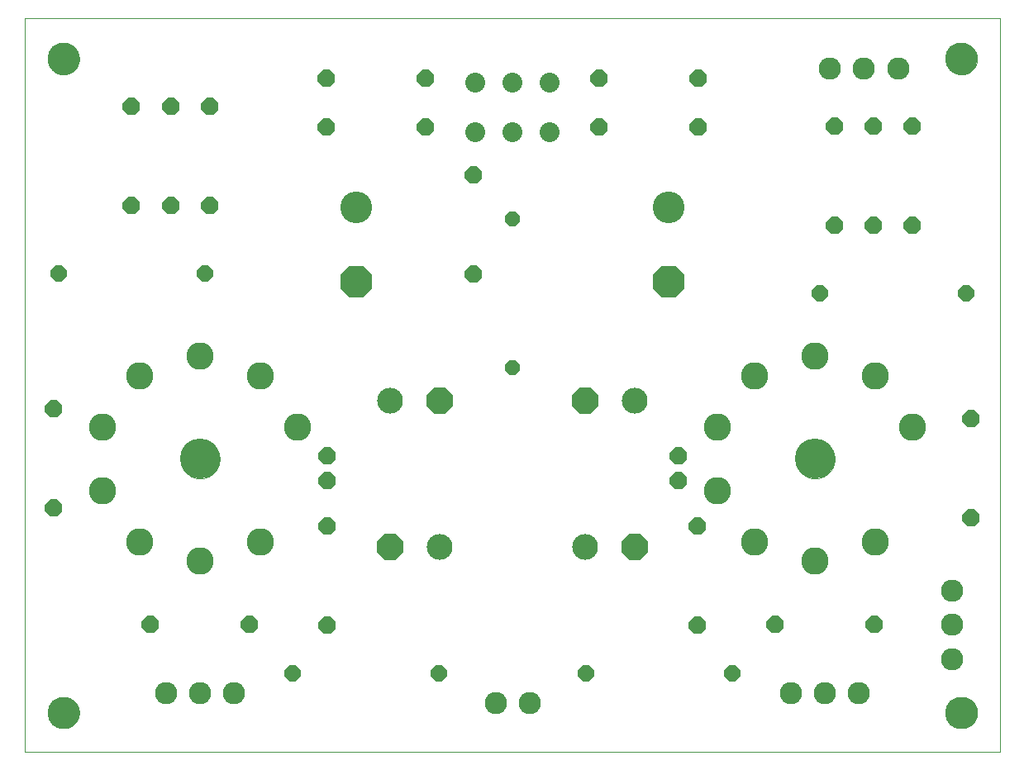
<source format=gbs>
G75*
%MOIN*%
%OFA0B0*%
%FSLAX25Y25*%
%IPPOS*%
%LPD*%
%AMOC8*
5,1,8,0,0,1.08239X$1,22.5*
%
%ADD10C,0.00000*%
%ADD11C,0.16148*%
%ADD12C,0.12998*%
%ADD13OC8,0.12800*%
%ADD14C,0.12800*%
%ADD15OC8,0.06400*%
%ADD16C,0.10400*%
%ADD17OC8,0.10400*%
%ADD18OC8,0.07000*%
%ADD19C,0.11030*%
%ADD20C,0.08000*%
%ADD21OC8,0.06000*%
%ADD22C,0.09000*%
D10*
X0005737Y0005737D02*
X0005737Y0301761D01*
X0399123Y0301761D01*
X0399123Y0005737D01*
X0005737Y0005737D01*
X0015186Y0021485D02*
X0015188Y0021643D01*
X0015194Y0021801D01*
X0015204Y0021959D01*
X0015218Y0022117D01*
X0015236Y0022274D01*
X0015257Y0022431D01*
X0015283Y0022587D01*
X0015313Y0022743D01*
X0015346Y0022898D01*
X0015384Y0023051D01*
X0015425Y0023204D01*
X0015470Y0023356D01*
X0015519Y0023507D01*
X0015572Y0023656D01*
X0015628Y0023804D01*
X0015688Y0023950D01*
X0015752Y0024095D01*
X0015820Y0024238D01*
X0015891Y0024380D01*
X0015965Y0024520D01*
X0016043Y0024657D01*
X0016125Y0024793D01*
X0016209Y0024927D01*
X0016298Y0025058D01*
X0016389Y0025187D01*
X0016484Y0025314D01*
X0016581Y0025439D01*
X0016682Y0025561D01*
X0016786Y0025680D01*
X0016893Y0025797D01*
X0017003Y0025911D01*
X0017116Y0026022D01*
X0017231Y0026131D01*
X0017349Y0026236D01*
X0017470Y0026338D01*
X0017593Y0026438D01*
X0017719Y0026534D01*
X0017847Y0026627D01*
X0017977Y0026717D01*
X0018110Y0026803D01*
X0018245Y0026887D01*
X0018381Y0026966D01*
X0018520Y0027043D01*
X0018661Y0027115D01*
X0018803Y0027185D01*
X0018947Y0027250D01*
X0019093Y0027312D01*
X0019240Y0027370D01*
X0019389Y0027425D01*
X0019539Y0027476D01*
X0019690Y0027523D01*
X0019842Y0027566D01*
X0019995Y0027605D01*
X0020150Y0027641D01*
X0020305Y0027672D01*
X0020461Y0027700D01*
X0020617Y0027724D01*
X0020774Y0027744D01*
X0020932Y0027760D01*
X0021089Y0027772D01*
X0021248Y0027780D01*
X0021406Y0027784D01*
X0021564Y0027784D01*
X0021722Y0027780D01*
X0021881Y0027772D01*
X0022038Y0027760D01*
X0022196Y0027744D01*
X0022353Y0027724D01*
X0022509Y0027700D01*
X0022665Y0027672D01*
X0022820Y0027641D01*
X0022975Y0027605D01*
X0023128Y0027566D01*
X0023280Y0027523D01*
X0023431Y0027476D01*
X0023581Y0027425D01*
X0023730Y0027370D01*
X0023877Y0027312D01*
X0024023Y0027250D01*
X0024167Y0027185D01*
X0024309Y0027115D01*
X0024450Y0027043D01*
X0024589Y0026966D01*
X0024725Y0026887D01*
X0024860Y0026803D01*
X0024993Y0026717D01*
X0025123Y0026627D01*
X0025251Y0026534D01*
X0025377Y0026438D01*
X0025500Y0026338D01*
X0025621Y0026236D01*
X0025739Y0026131D01*
X0025854Y0026022D01*
X0025967Y0025911D01*
X0026077Y0025797D01*
X0026184Y0025680D01*
X0026288Y0025561D01*
X0026389Y0025439D01*
X0026486Y0025314D01*
X0026581Y0025187D01*
X0026672Y0025058D01*
X0026761Y0024927D01*
X0026845Y0024793D01*
X0026927Y0024657D01*
X0027005Y0024520D01*
X0027079Y0024380D01*
X0027150Y0024238D01*
X0027218Y0024095D01*
X0027282Y0023950D01*
X0027342Y0023804D01*
X0027398Y0023656D01*
X0027451Y0023507D01*
X0027500Y0023356D01*
X0027545Y0023204D01*
X0027586Y0023051D01*
X0027624Y0022898D01*
X0027657Y0022743D01*
X0027687Y0022587D01*
X0027713Y0022431D01*
X0027734Y0022274D01*
X0027752Y0022117D01*
X0027766Y0021959D01*
X0027776Y0021801D01*
X0027782Y0021643D01*
X0027784Y0021485D01*
X0027782Y0021327D01*
X0027776Y0021169D01*
X0027766Y0021011D01*
X0027752Y0020853D01*
X0027734Y0020696D01*
X0027713Y0020539D01*
X0027687Y0020383D01*
X0027657Y0020227D01*
X0027624Y0020072D01*
X0027586Y0019919D01*
X0027545Y0019766D01*
X0027500Y0019614D01*
X0027451Y0019463D01*
X0027398Y0019314D01*
X0027342Y0019166D01*
X0027282Y0019020D01*
X0027218Y0018875D01*
X0027150Y0018732D01*
X0027079Y0018590D01*
X0027005Y0018450D01*
X0026927Y0018313D01*
X0026845Y0018177D01*
X0026761Y0018043D01*
X0026672Y0017912D01*
X0026581Y0017783D01*
X0026486Y0017656D01*
X0026389Y0017531D01*
X0026288Y0017409D01*
X0026184Y0017290D01*
X0026077Y0017173D01*
X0025967Y0017059D01*
X0025854Y0016948D01*
X0025739Y0016839D01*
X0025621Y0016734D01*
X0025500Y0016632D01*
X0025377Y0016532D01*
X0025251Y0016436D01*
X0025123Y0016343D01*
X0024993Y0016253D01*
X0024860Y0016167D01*
X0024725Y0016083D01*
X0024589Y0016004D01*
X0024450Y0015927D01*
X0024309Y0015855D01*
X0024167Y0015785D01*
X0024023Y0015720D01*
X0023877Y0015658D01*
X0023730Y0015600D01*
X0023581Y0015545D01*
X0023431Y0015494D01*
X0023280Y0015447D01*
X0023128Y0015404D01*
X0022975Y0015365D01*
X0022820Y0015329D01*
X0022665Y0015298D01*
X0022509Y0015270D01*
X0022353Y0015246D01*
X0022196Y0015226D01*
X0022038Y0015210D01*
X0021881Y0015198D01*
X0021722Y0015190D01*
X0021564Y0015186D01*
X0021406Y0015186D01*
X0021248Y0015190D01*
X0021089Y0015198D01*
X0020932Y0015210D01*
X0020774Y0015226D01*
X0020617Y0015246D01*
X0020461Y0015270D01*
X0020305Y0015298D01*
X0020150Y0015329D01*
X0019995Y0015365D01*
X0019842Y0015404D01*
X0019690Y0015447D01*
X0019539Y0015494D01*
X0019389Y0015545D01*
X0019240Y0015600D01*
X0019093Y0015658D01*
X0018947Y0015720D01*
X0018803Y0015785D01*
X0018661Y0015855D01*
X0018520Y0015927D01*
X0018381Y0016004D01*
X0018245Y0016083D01*
X0018110Y0016167D01*
X0017977Y0016253D01*
X0017847Y0016343D01*
X0017719Y0016436D01*
X0017593Y0016532D01*
X0017470Y0016632D01*
X0017349Y0016734D01*
X0017231Y0016839D01*
X0017116Y0016948D01*
X0017003Y0017059D01*
X0016893Y0017173D01*
X0016786Y0017290D01*
X0016682Y0017409D01*
X0016581Y0017531D01*
X0016484Y0017656D01*
X0016389Y0017783D01*
X0016298Y0017912D01*
X0016209Y0018043D01*
X0016125Y0018177D01*
X0016043Y0018313D01*
X0015965Y0018450D01*
X0015891Y0018590D01*
X0015820Y0018732D01*
X0015752Y0018875D01*
X0015688Y0019020D01*
X0015628Y0019166D01*
X0015572Y0019314D01*
X0015519Y0019463D01*
X0015470Y0019614D01*
X0015425Y0019766D01*
X0015384Y0019919D01*
X0015346Y0020072D01*
X0015313Y0020227D01*
X0015283Y0020383D01*
X0015257Y0020539D01*
X0015236Y0020696D01*
X0015218Y0020853D01*
X0015204Y0021011D01*
X0015194Y0021169D01*
X0015188Y0021327D01*
X0015186Y0021485D01*
X0068729Y0123847D02*
X0068731Y0124040D01*
X0068738Y0124233D01*
X0068750Y0124426D01*
X0068767Y0124619D01*
X0068788Y0124811D01*
X0068814Y0125002D01*
X0068845Y0125193D01*
X0068880Y0125383D01*
X0068920Y0125572D01*
X0068965Y0125760D01*
X0069014Y0125947D01*
X0069068Y0126133D01*
X0069126Y0126317D01*
X0069189Y0126500D01*
X0069257Y0126681D01*
X0069328Y0126860D01*
X0069405Y0127038D01*
X0069485Y0127214D01*
X0069570Y0127387D01*
X0069659Y0127559D01*
X0069752Y0127728D01*
X0069849Y0127895D01*
X0069951Y0128060D01*
X0070056Y0128222D01*
X0070165Y0128381D01*
X0070279Y0128538D01*
X0070396Y0128691D01*
X0070516Y0128842D01*
X0070641Y0128990D01*
X0070769Y0129135D01*
X0070900Y0129276D01*
X0071035Y0129415D01*
X0071174Y0129550D01*
X0071315Y0129681D01*
X0071460Y0129809D01*
X0071608Y0129934D01*
X0071759Y0130054D01*
X0071912Y0130171D01*
X0072069Y0130285D01*
X0072228Y0130394D01*
X0072390Y0130499D01*
X0072555Y0130601D01*
X0072722Y0130698D01*
X0072891Y0130791D01*
X0073063Y0130880D01*
X0073236Y0130965D01*
X0073412Y0131045D01*
X0073590Y0131122D01*
X0073769Y0131193D01*
X0073950Y0131261D01*
X0074133Y0131324D01*
X0074317Y0131382D01*
X0074503Y0131436D01*
X0074690Y0131485D01*
X0074878Y0131530D01*
X0075067Y0131570D01*
X0075257Y0131605D01*
X0075448Y0131636D01*
X0075639Y0131662D01*
X0075831Y0131683D01*
X0076024Y0131700D01*
X0076217Y0131712D01*
X0076410Y0131719D01*
X0076603Y0131721D01*
X0076796Y0131719D01*
X0076989Y0131712D01*
X0077182Y0131700D01*
X0077375Y0131683D01*
X0077567Y0131662D01*
X0077758Y0131636D01*
X0077949Y0131605D01*
X0078139Y0131570D01*
X0078328Y0131530D01*
X0078516Y0131485D01*
X0078703Y0131436D01*
X0078889Y0131382D01*
X0079073Y0131324D01*
X0079256Y0131261D01*
X0079437Y0131193D01*
X0079616Y0131122D01*
X0079794Y0131045D01*
X0079970Y0130965D01*
X0080143Y0130880D01*
X0080315Y0130791D01*
X0080484Y0130698D01*
X0080651Y0130601D01*
X0080816Y0130499D01*
X0080978Y0130394D01*
X0081137Y0130285D01*
X0081294Y0130171D01*
X0081447Y0130054D01*
X0081598Y0129934D01*
X0081746Y0129809D01*
X0081891Y0129681D01*
X0082032Y0129550D01*
X0082171Y0129415D01*
X0082306Y0129276D01*
X0082437Y0129135D01*
X0082565Y0128990D01*
X0082690Y0128842D01*
X0082810Y0128691D01*
X0082927Y0128538D01*
X0083041Y0128381D01*
X0083150Y0128222D01*
X0083255Y0128060D01*
X0083357Y0127895D01*
X0083454Y0127728D01*
X0083547Y0127559D01*
X0083636Y0127387D01*
X0083721Y0127214D01*
X0083801Y0127038D01*
X0083878Y0126860D01*
X0083949Y0126681D01*
X0084017Y0126500D01*
X0084080Y0126317D01*
X0084138Y0126133D01*
X0084192Y0125947D01*
X0084241Y0125760D01*
X0084286Y0125572D01*
X0084326Y0125383D01*
X0084361Y0125193D01*
X0084392Y0125002D01*
X0084418Y0124811D01*
X0084439Y0124619D01*
X0084456Y0124426D01*
X0084468Y0124233D01*
X0084475Y0124040D01*
X0084477Y0123847D01*
X0084475Y0123654D01*
X0084468Y0123461D01*
X0084456Y0123268D01*
X0084439Y0123075D01*
X0084418Y0122883D01*
X0084392Y0122692D01*
X0084361Y0122501D01*
X0084326Y0122311D01*
X0084286Y0122122D01*
X0084241Y0121934D01*
X0084192Y0121747D01*
X0084138Y0121561D01*
X0084080Y0121377D01*
X0084017Y0121194D01*
X0083949Y0121013D01*
X0083878Y0120834D01*
X0083801Y0120656D01*
X0083721Y0120480D01*
X0083636Y0120307D01*
X0083547Y0120135D01*
X0083454Y0119966D01*
X0083357Y0119799D01*
X0083255Y0119634D01*
X0083150Y0119472D01*
X0083041Y0119313D01*
X0082927Y0119156D01*
X0082810Y0119003D01*
X0082690Y0118852D01*
X0082565Y0118704D01*
X0082437Y0118559D01*
X0082306Y0118418D01*
X0082171Y0118279D01*
X0082032Y0118144D01*
X0081891Y0118013D01*
X0081746Y0117885D01*
X0081598Y0117760D01*
X0081447Y0117640D01*
X0081294Y0117523D01*
X0081137Y0117409D01*
X0080978Y0117300D01*
X0080816Y0117195D01*
X0080651Y0117093D01*
X0080484Y0116996D01*
X0080315Y0116903D01*
X0080143Y0116814D01*
X0079970Y0116729D01*
X0079794Y0116649D01*
X0079616Y0116572D01*
X0079437Y0116501D01*
X0079256Y0116433D01*
X0079073Y0116370D01*
X0078889Y0116312D01*
X0078703Y0116258D01*
X0078516Y0116209D01*
X0078328Y0116164D01*
X0078139Y0116124D01*
X0077949Y0116089D01*
X0077758Y0116058D01*
X0077567Y0116032D01*
X0077375Y0116011D01*
X0077182Y0115994D01*
X0076989Y0115982D01*
X0076796Y0115975D01*
X0076603Y0115973D01*
X0076410Y0115975D01*
X0076217Y0115982D01*
X0076024Y0115994D01*
X0075831Y0116011D01*
X0075639Y0116032D01*
X0075448Y0116058D01*
X0075257Y0116089D01*
X0075067Y0116124D01*
X0074878Y0116164D01*
X0074690Y0116209D01*
X0074503Y0116258D01*
X0074317Y0116312D01*
X0074133Y0116370D01*
X0073950Y0116433D01*
X0073769Y0116501D01*
X0073590Y0116572D01*
X0073412Y0116649D01*
X0073236Y0116729D01*
X0073063Y0116814D01*
X0072891Y0116903D01*
X0072722Y0116996D01*
X0072555Y0117093D01*
X0072390Y0117195D01*
X0072228Y0117300D01*
X0072069Y0117409D01*
X0071912Y0117523D01*
X0071759Y0117640D01*
X0071608Y0117760D01*
X0071460Y0117885D01*
X0071315Y0118013D01*
X0071174Y0118144D01*
X0071035Y0118279D01*
X0070900Y0118418D01*
X0070769Y0118559D01*
X0070641Y0118704D01*
X0070516Y0118852D01*
X0070396Y0119003D01*
X0070279Y0119156D01*
X0070165Y0119313D01*
X0070056Y0119472D01*
X0069951Y0119634D01*
X0069849Y0119799D01*
X0069752Y0119966D01*
X0069659Y0120135D01*
X0069570Y0120307D01*
X0069485Y0120480D01*
X0069405Y0120656D01*
X0069328Y0120834D01*
X0069257Y0121013D01*
X0069189Y0121194D01*
X0069126Y0121377D01*
X0069068Y0121561D01*
X0069014Y0121747D01*
X0068965Y0121934D01*
X0068920Y0122122D01*
X0068880Y0122311D01*
X0068845Y0122501D01*
X0068814Y0122692D01*
X0068788Y0122883D01*
X0068767Y0123075D01*
X0068750Y0123268D01*
X0068738Y0123461D01*
X0068731Y0123654D01*
X0068729Y0123847D01*
X0015186Y0285265D02*
X0015188Y0285423D01*
X0015194Y0285581D01*
X0015204Y0285739D01*
X0015218Y0285897D01*
X0015236Y0286054D01*
X0015257Y0286211D01*
X0015283Y0286367D01*
X0015313Y0286523D01*
X0015346Y0286678D01*
X0015384Y0286831D01*
X0015425Y0286984D01*
X0015470Y0287136D01*
X0015519Y0287287D01*
X0015572Y0287436D01*
X0015628Y0287584D01*
X0015688Y0287730D01*
X0015752Y0287875D01*
X0015820Y0288018D01*
X0015891Y0288160D01*
X0015965Y0288300D01*
X0016043Y0288437D01*
X0016125Y0288573D01*
X0016209Y0288707D01*
X0016298Y0288838D01*
X0016389Y0288967D01*
X0016484Y0289094D01*
X0016581Y0289219D01*
X0016682Y0289341D01*
X0016786Y0289460D01*
X0016893Y0289577D01*
X0017003Y0289691D01*
X0017116Y0289802D01*
X0017231Y0289911D01*
X0017349Y0290016D01*
X0017470Y0290118D01*
X0017593Y0290218D01*
X0017719Y0290314D01*
X0017847Y0290407D01*
X0017977Y0290497D01*
X0018110Y0290583D01*
X0018245Y0290667D01*
X0018381Y0290746D01*
X0018520Y0290823D01*
X0018661Y0290895D01*
X0018803Y0290965D01*
X0018947Y0291030D01*
X0019093Y0291092D01*
X0019240Y0291150D01*
X0019389Y0291205D01*
X0019539Y0291256D01*
X0019690Y0291303D01*
X0019842Y0291346D01*
X0019995Y0291385D01*
X0020150Y0291421D01*
X0020305Y0291452D01*
X0020461Y0291480D01*
X0020617Y0291504D01*
X0020774Y0291524D01*
X0020932Y0291540D01*
X0021089Y0291552D01*
X0021248Y0291560D01*
X0021406Y0291564D01*
X0021564Y0291564D01*
X0021722Y0291560D01*
X0021881Y0291552D01*
X0022038Y0291540D01*
X0022196Y0291524D01*
X0022353Y0291504D01*
X0022509Y0291480D01*
X0022665Y0291452D01*
X0022820Y0291421D01*
X0022975Y0291385D01*
X0023128Y0291346D01*
X0023280Y0291303D01*
X0023431Y0291256D01*
X0023581Y0291205D01*
X0023730Y0291150D01*
X0023877Y0291092D01*
X0024023Y0291030D01*
X0024167Y0290965D01*
X0024309Y0290895D01*
X0024450Y0290823D01*
X0024589Y0290746D01*
X0024725Y0290667D01*
X0024860Y0290583D01*
X0024993Y0290497D01*
X0025123Y0290407D01*
X0025251Y0290314D01*
X0025377Y0290218D01*
X0025500Y0290118D01*
X0025621Y0290016D01*
X0025739Y0289911D01*
X0025854Y0289802D01*
X0025967Y0289691D01*
X0026077Y0289577D01*
X0026184Y0289460D01*
X0026288Y0289341D01*
X0026389Y0289219D01*
X0026486Y0289094D01*
X0026581Y0288967D01*
X0026672Y0288838D01*
X0026761Y0288707D01*
X0026845Y0288573D01*
X0026927Y0288437D01*
X0027005Y0288300D01*
X0027079Y0288160D01*
X0027150Y0288018D01*
X0027218Y0287875D01*
X0027282Y0287730D01*
X0027342Y0287584D01*
X0027398Y0287436D01*
X0027451Y0287287D01*
X0027500Y0287136D01*
X0027545Y0286984D01*
X0027586Y0286831D01*
X0027624Y0286678D01*
X0027657Y0286523D01*
X0027687Y0286367D01*
X0027713Y0286211D01*
X0027734Y0286054D01*
X0027752Y0285897D01*
X0027766Y0285739D01*
X0027776Y0285581D01*
X0027782Y0285423D01*
X0027784Y0285265D01*
X0027782Y0285107D01*
X0027776Y0284949D01*
X0027766Y0284791D01*
X0027752Y0284633D01*
X0027734Y0284476D01*
X0027713Y0284319D01*
X0027687Y0284163D01*
X0027657Y0284007D01*
X0027624Y0283852D01*
X0027586Y0283699D01*
X0027545Y0283546D01*
X0027500Y0283394D01*
X0027451Y0283243D01*
X0027398Y0283094D01*
X0027342Y0282946D01*
X0027282Y0282800D01*
X0027218Y0282655D01*
X0027150Y0282512D01*
X0027079Y0282370D01*
X0027005Y0282230D01*
X0026927Y0282093D01*
X0026845Y0281957D01*
X0026761Y0281823D01*
X0026672Y0281692D01*
X0026581Y0281563D01*
X0026486Y0281436D01*
X0026389Y0281311D01*
X0026288Y0281189D01*
X0026184Y0281070D01*
X0026077Y0280953D01*
X0025967Y0280839D01*
X0025854Y0280728D01*
X0025739Y0280619D01*
X0025621Y0280514D01*
X0025500Y0280412D01*
X0025377Y0280312D01*
X0025251Y0280216D01*
X0025123Y0280123D01*
X0024993Y0280033D01*
X0024860Y0279947D01*
X0024725Y0279863D01*
X0024589Y0279784D01*
X0024450Y0279707D01*
X0024309Y0279635D01*
X0024167Y0279565D01*
X0024023Y0279500D01*
X0023877Y0279438D01*
X0023730Y0279380D01*
X0023581Y0279325D01*
X0023431Y0279274D01*
X0023280Y0279227D01*
X0023128Y0279184D01*
X0022975Y0279145D01*
X0022820Y0279109D01*
X0022665Y0279078D01*
X0022509Y0279050D01*
X0022353Y0279026D01*
X0022196Y0279006D01*
X0022038Y0278990D01*
X0021881Y0278978D01*
X0021722Y0278970D01*
X0021564Y0278966D01*
X0021406Y0278966D01*
X0021248Y0278970D01*
X0021089Y0278978D01*
X0020932Y0278990D01*
X0020774Y0279006D01*
X0020617Y0279026D01*
X0020461Y0279050D01*
X0020305Y0279078D01*
X0020150Y0279109D01*
X0019995Y0279145D01*
X0019842Y0279184D01*
X0019690Y0279227D01*
X0019539Y0279274D01*
X0019389Y0279325D01*
X0019240Y0279380D01*
X0019093Y0279438D01*
X0018947Y0279500D01*
X0018803Y0279565D01*
X0018661Y0279635D01*
X0018520Y0279707D01*
X0018381Y0279784D01*
X0018245Y0279863D01*
X0018110Y0279947D01*
X0017977Y0280033D01*
X0017847Y0280123D01*
X0017719Y0280216D01*
X0017593Y0280312D01*
X0017470Y0280412D01*
X0017349Y0280514D01*
X0017231Y0280619D01*
X0017116Y0280728D01*
X0017003Y0280839D01*
X0016893Y0280953D01*
X0016786Y0281070D01*
X0016682Y0281189D01*
X0016581Y0281311D01*
X0016484Y0281436D01*
X0016389Y0281563D01*
X0016298Y0281692D01*
X0016209Y0281823D01*
X0016125Y0281957D01*
X0016043Y0282093D01*
X0015965Y0282230D01*
X0015891Y0282370D01*
X0015820Y0282512D01*
X0015752Y0282655D01*
X0015688Y0282800D01*
X0015628Y0282946D01*
X0015572Y0283094D01*
X0015519Y0283243D01*
X0015470Y0283394D01*
X0015425Y0283546D01*
X0015384Y0283699D01*
X0015346Y0283852D01*
X0015313Y0284007D01*
X0015283Y0284163D01*
X0015257Y0284319D01*
X0015236Y0284476D01*
X0015218Y0284633D01*
X0015204Y0284791D01*
X0015194Y0284949D01*
X0015188Y0285107D01*
X0015186Y0285265D01*
X0316761Y0123847D02*
X0316763Y0124040D01*
X0316770Y0124233D01*
X0316782Y0124426D01*
X0316799Y0124619D01*
X0316820Y0124811D01*
X0316846Y0125002D01*
X0316877Y0125193D01*
X0316912Y0125383D01*
X0316952Y0125572D01*
X0316997Y0125760D01*
X0317046Y0125947D01*
X0317100Y0126133D01*
X0317158Y0126317D01*
X0317221Y0126500D01*
X0317289Y0126681D01*
X0317360Y0126860D01*
X0317437Y0127038D01*
X0317517Y0127214D01*
X0317602Y0127387D01*
X0317691Y0127559D01*
X0317784Y0127728D01*
X0317881Y0127895D01*
X0317983Y0128060D01*
X0318088Y0128222D01*
X0318197Y0128381D01*
X0318311Y0128538D01*
X0318428Y0128691D01*
X0318548Y0128842D01*
X0318673Y0128990D01*
X0318801Y0129135D01*
X0318932Y0129276D01*
X0319067Y0129415D01*
X0319206Y0129550D01*
X0319347Y0129681D01*
X0319492Y0129809D01*
X0319640Y0129934D01*
X0319791Y0130054D01*
X0319944Y0130171D01*
X0320101Y0130285D01*
X0320260Y0130394D01*
X0320422Y0130499D01*
X0320587Y0130601D01*
X0320754Y0130698D01*
X0320923Y0130791D01*
X0321095Y0130880D01*
X0321268Y0130965D01*
X0321444Y0131045D01*
X0321622Y0131122D01*
X0321801Y0131193D01*
X0321982Y0131261D01*
X0322165Y0131324D01*
X0322349Y0131382D01*
X0322535Y0131436D01*
X0322722Y0131485D01*
X0322910Y0131530D01*
X0323099Y0131570D01*
X0323289Y0131605D01*
X0323480Y0131636D01*
X0323671Y0131662D01*
X0323863Y0131683D01*
X0324056Y0131700D01*
X0324249Y0131712D01*
X0324442Y0131719D01*
X0324635Y0131721D01*
X0324828Y0131719D01*
X0325021Y0131712D01*
X0325214Y0131700D01*
X0325407Y0131683D01*
X0325599Y0131662D01*
X0325790Y0131636D01*
X0325981Y0131605D01*
X0326171Y0131570D01*
X0326360Y0131530D01*
X0326548Y0131485D01*
X0326735Y0131436D01*
X0326921Y0131382D01*
X0327105Y0131324D01*
X0327288Y0131261D01*
X0327469Y0131193D01*
X0327648Y0131122D01*
X0327826Y0131045D01*
X0328002Y0130965D01*
X0328175Y0130880D01*
X0328347Y0130791D01*
X0328516Y0130698D01*
X0328683Y0130601D01*
X0328848Y0130499D01*
X0329010Y0130394D01*
X0329169Y0130285D01*
X0329326Y0130171D01*
X0329479Y0130054D01*
X0329630Y0129934D01*
X0329778Y0129809D01*
X0329923Y0129681D01*
X0330064Y0129550D01*
X0330203Y0129415D01*
X0330338Y0129276D01*
X0330469Y0129135D01*
X0330597Y0128990D01*
X0330722Y0128842D01*
X0330842Y0128691D01*
X0330959Y0128538D01*
X0331073Y0128381D01*
X0331182Y0128222D01*
X0331287Y0128060D01*
X0331389Y0127895D01*
X0331486Y0127728D01*
X0331579Y0127559D01*
X0331668Y0127387D01*
X0331753Y0127214D01*
X0331833Y0127038D01*
X0331910Y0126860D01*
X0331981Y0126681D01*
X0332049Y0126500D01*
X0332112Y0126317D01*
X0332170Y0126133D01*
X0332224Y0125947D01*
X0332273Y0125760D01*
X0332318Y0125572D01*
X0332358Y0125383D01*
X0332393Y0125193D01*
X0332424Y0125002D01*
X0332450Y0124811D01*
X0332471Y0124619D01*
X0332488Y0124426D01*
X0332500Y0124233D01*
X0332507Y0124040D01*
X0332509Y0123847D01*
X0332507Y0123654D01*
X0332500Y0123461D01*
X0332488Y0123268D01*
X0332471Y0123075D01*
X0332450Y0122883D01*
X0332424Y0122692D01*
X0332393Y0122501D01*
X0332358Y0122311D01*
X0332318Y0122122D01*
X0332273Y0121934D01*
X0332224Y0121747D01*
X0332170Y0121561D01*
X0332112Y0121377D01*
X0332049Y0121194D01*
X0331981Y0121013D01*
X0331910Y0120834D01*
X0331833Y0120656D01*
X0331753Y0120480D01*
X0331668Y0120307D01*
X0331579Y0120135D01*
X0331486Y0119966D01*
X0331389Y0119799D01*
X0331287Y0119634D01*
X0331182Y0119472D01*
X0331073Y0119313D01*
X0330959Y0119156D01*
X0330842Y0119003D01*
X0330722Y0118852D01*
X0330597Y0118704D01*
X0330469Y0118559D01*
X0330338Y0118418D01*
X0330203Y0118279D01*
X0330064Y0118144D01*
X0329923Y0118013D01*
X0329778Y0117885D01*
X0329630Y0117760D01*
X0329479Y0117640D01*
X0329326Y0117523D01*
X0329169Y0117409D01*
X0329010Y0117300D01*
X0328848Y0117195D01*
X0328683Y0117093D01*
X0328516Y0116996D01*
X0328347Y0116903D01*
X0328175Y0116814D01*
X0328002Y0116729D01*
X0327826Y0116649D01*
X0327648Y0116572D01*
X0327469Y0116501D01*
X0327288Y0116433D01*
X0327105Y0116370D01*
X0326921Y0116312D01*
X0326735Y0116258D01*
X0326548Y0116209D01*
X0326360Y0116164D01*
X0326171Y0116124D01*
X0325981Y0116089D01*
X0325790Y0116058D01*
X0325599Y0116032D01*
X0325407Y0116011D01*
X0325214Y0115994D01*
X0325021Y0115982D01*
X0324828Y0115975D01*
X0324635Y0115973D01*
X0324442Y0115975D01*
X0324249Y0115982D01*
X0324056Y0115994D01*
X0323863Y0116011D01*
X0323671Y0116032D01*
X0323480Y0116058D01*
X0323289Y0116089D01*
X0323099Y0116124D01*
X0322910Y0116164D01*
X0322722Y0116209D01*
X0322535Y0116258D01*
X0322349Y0116312D01*
X0322165Y0116370D01*
X0321982Y0116433D01*
X0321801Y0116501D01*
X0321622Y0116572D01*
X0321444Y0116649D01*
X0321268Y0116729D01*
X0321095Y0116814D01*
X0320923Y0116903D01*
X0320754Y0116996D01*
X0320587Y0117093D01*
X0320422Y0117195D01*
X0320260Y0117300D01*
X0320101Y0117409D01*
X0319944Y0117523D01*
X0319791Y0117640D01*
X0319640Y0117760D01*
X0319492Y0117885D01*
X0319347Y0118013D01*
X0319206Y0118144D01*
X0319067Y0118279D01*
X0318932Y0118418D01*
X0318801Y0118559D01*
X0318673Y0118704D01*
X0318548Y0118852D01*
X0318428Y0119003D01*
X0318311Y0119156D01*
X0318197Y0119313D01*
X0318088Y0119472D01*
X0317983Y0119634D01*
X0317881Y0119799D01*
X0317784Y0119966D01*
X0317691Y0120135D01*
X0317602Y0120307D01*
X0317517Y0120480D01*
X0317437Y0120656D01*
X0317360Y0120834D01*
X0317289Y0121013D01*
X0317221Y0121194D01*
X0317158Y0121377D01*
X0317100Y0121561D01*
X0317046Y0121747D01*
X0316997Y0121934D01*
X0316952Y0122122D01*
X0316912Y0122311D01*
X0316877Y0122501D01*
X0316846Y0122692D01*
X0316820Y0122883D01*
X0316799Y0123075D01*
X0316782Y0123268D01*
X0316770Y0123461D01*
X0316763Y0123654D01*
X0316761Y0123847D01*
X0377391Y0021485D02*
X0377393Y0021643D01*
X0377399Y0021801D01*
X0377409Y0021959D01*
X0377423Y0022117D01*
X0377441Y0022274D01*
X0377462Y0022431D01*
X0377488Y0022587D01*
X0377518Y0022743D01*
X0377551Y0022898D01*
X0377589Y0023051D01*
X0377630Y0023204D01*
X0377675Y0023356D01*
X0377724Y0023507D01*
X0377777Y0023656D01*
X0377833Y0023804D01*
X0377893Y0023950D01*
X0377957Y0024095D01*
X0378025Y0024238D01*
X0378096Y0024380D01*
X0378170Y0024520D01*
X0378248Y0024657D01*
X0378330Y0024793D01*
X0378414Y0024927D01*
X0378503Y0025058D01*
X0378594Y0025187D01*
X0378689Y0025314D01*
X0378786Y0025439D01*
X0378887Y0025561D01*
X0378991Y0025680D01*
X0379098Y0025797D01*
X0379208Y0025911D01*
X0379321Y0026022D01*
X0379436Y0026131D01*
X0379554Y0026236D01*
X0379675Y0026338D01*
X0379798Y0026438D01*
X0379924Y0026534D01*
X0380052Y0026627D01*
X0380182Y0026717D01*
X0380315Y0026803D01*
X0380450Y0026887D01*
X0380586Y0026966D01*
X0380725Y0027043D01*
X0380866Y0027115D01*
X0381008Y0027185D01*
X0381152Y0027250D01*
X0381298Y0027312D01*
X0381445Y0027370D01*
X0381594Y0027425D01*
X0381744Y0027476D01*
X0381895Y0027523D01*
X0382047Y0027566D01*
X0382200Y0027605D01*
X0382355Y0027641D01*
X0382510Y0027672D01*
X0382666Y0027700D01*
X0382822Y0027724D01*
X0382979Y0027744D01*
X0383137Y0027760D01*
X0383294Y0027772D01*
X0383453Y0027780D01*
X0383611Y0027784D01*
X0383769Y0027784D01*
X0383927Y0027780D01*
X0384086Y0027772D01*
X0384243Y0027760D01*
X0384401Y0027744D01*
X0384558Y0027724D01*
X0384714Y0027700D01*
X0384870Y0027672D01*
X0385025Y0027641D01*
X0385180Y0027605D01*
X0385333Y0027566D01*
X0385485Y0027523D01*
X0385636Y0027476D01*
X0385786Y0027425D01*
X0385935Y0027370D01*
X0386082Y0027312D01*
X0386228Y0027250D01*
X0386372Y0027185D01*
X0386514Y0027115D01*
X0386655Y0027043D01*
X0386794Y0026966D01*
X0386930Y0026887D01*
X0387065Y0026803D01*
X0387198Y0026717D01*
X0387328Y0026627D01*
X0387456Y0026534D01*
X0387582Y0026438D01*
X0387705Y0026338D01*
X0387826Y0026236D01*
X0387944Y0026131D01*
X0388059Y0026022D01*
X0388172Y0025911D01*
X0388282Y0025797D01*
X0388389Y0025680D01*
X0388493Y0025561D01*
X0388594Y0025439D01*
X0388691Y0025314D01*
X0388786Y0025187D01*
X0388877Y0025058D01*
X0388966Y0024927D01*
X0389050Y0024793D01*
X0389132Y0024657D01*
X0389210Y0024520D01*
X0389284Y0024380D01*
X0389355Y0024238D01*
X0389423Y0024095D01*
X0389487Y0023950D01*
X0389547Y0023804D01*
X0389603Y0023656D01*
X0389656Y0023507D01*
X0389705Y0023356D01*
X0389750Y0023204D01*
X0389791Y0023051D01*
X0389829Y0022898D01*
X0389862Y0022743D01*
X0389892Y0022587D01*
X0389918Y0022431D01*
X0389939Y0022274D01*
X0389957Y0022117D01*
X0389971Y0021959D01*
X0389981Y0021801D01*
X0389987Y0021643D01*
X0389989Y0021485D01*
X0389987Y0021327D01*
X0389981Y0021169D01*
X0389971Y0021011D01*
X0389957Y0020853D01*
X0389939Y0020696D01*
X0389918Y0020539D01*
X0389892Y0020383D01*
X0389862Y0020227D01*
X0389829Y0020072D01*
X0389791Y0019919D01*
X0389750Y0019766D01*
X0389705Y0019614D01*
X0389656Y0019463D01*
X0389603Y0019314D01*
X0389547Y0019166D01*
X0389487Y0019020D01*
X0389423Y0018875D01*
X0389355Y0018732D01*
X0389284Y0018590D01*
X0389210Y0018450D01*
X0389132Y0018313D01*
X0389050Y0018177D01*
X0388966Y0018043D01*
X0388877Y0017912D01*
X0388786Y0017783D01*
X0388691Y0017656D01*
X0388594Y0017531D01*
X0388493Y0017409D01*
X0388389Y0017290D01*
X0388282Y0017173D01*
X0388172Y0017059D01*
X0388059Y0016948D01*
X0387944Y0016839D01*
X0387826Y0016734D01*
X0387705Y0016632D01*
X0387582Y0016532D01*
X0387456Y0016436D01*
X0387328Y0016343D01*
X0387198Y0016253D01*
X0387065Y0016167D01*
X0386930Y0016083D01*
X0386794Y0016004D01*
X0386655Y0015927D01*
X0386514Y0015855D01*
X0386372Y0015785D01*
X0386228Y0015720D01*
X0386082Y0015658D01*
X0385935Y0015600D01*
X0385786Y0015545D01*
X0385636Y0015494D01*
X0385485Y0015447D01*
X0385333Y0015404D01*
X0385180Y0015365D01*
X0385025Y0015329D01*
X0384870Y0015298D01*
X0384714Y0015270D01*
X0384558Y0015246D01*
X0384401Y0015226D01*
X0384243Y0015210D01*
X0384086Y0015198D01*
X0383927Y0015190D01*
X0383769Y0015186D01*
X0383611Y0015186D01*
X0383453Y0015190D01*
X0383294Y0015198D01*
X0383137Y0015210D01*
X0382979Y0015226D01*
X0382822Y0015246D01*
X0382666Y0015270D01*
X0382510Y0015298D01*
X0382355Y0015329D01*
X0382200Y0015365D01*
X0382047Y0015404D01*
X0381895Y0015447D01*
X0381744Y0015494D01*
X0381594Y0015545D01*
X0381445Y0015600D01*
X0381298Y0015658D01*
X0381152Y0015720D01*
X0381008Y0015785D01*
X0380866Y0015855D01*
X0380725Y0015927D01*
X0380586Y0016004D01*
X0380450Y0016083D01*
X0380315Y0016167D01*
X0380182Y0016253D01*
X0380052Y0016343D01*
X0379924Y0016436D01*
X0379798Y0016532D01*
X0379675Y0016632D01*
X0379554Y0016734D01*
X0379436Y0016839D01*
X0379321Y0016948D01*
X0379208Y0017059D01*
X0379098Y0017173D01*
X0378991Y0017290D01*
X0378887Y0017409D01*
X0378786Y0017531D01*
X0378689Y0017656D01*
X0378594Y0017783D01*
X0378503Y0017912D01*
X0378414Y0018043D01*
X0378330Y0018177D01*
X0378248Y0018313D01*
X0378170Y0018450D01*
X0378096Y0018590D01*
X0378025Y0018732D01*
X0377957Y0018875D01*
X0377893Y0019020D01*
X0377833Y0019166D01*
X0377777Y0019314D01*
X0377724Y0019463D01*
X0377675Y0019614D01*
X0377630Y0019766D01*
X0377589Y0019919D01*
X0377551Y0020072D01*
X0377518Y0020227D01*
X0377488Y0020383D01*
X0377462Y0020539D01*
X0377441Y0020696D01*
X0377423Y0020853D01*
X0377409Y0021011D01*
X0377399Y0021169D01*
X0377393Y0021327D01*
X0377391Y0021485D01*
X0377391Y0285265D02*
X0377393Y0285423D01*
X0377399Y0285581D01*
X0377409Y0285739D01*
X0377423Y0285897D01*
X0377441Y0286054D01*
X0377462Y0286211D01*
X0377488Y0286367D01*
X0377518Y0286523D01*
X0377551Y0286678D01*
X0377589Y0286831D01*
X0377630Y0286984D01*
X0377675Y0287136D01*
X0377724Y0287287D01*
X0377777Y0287436D01*
X0377833Y0287584D01*
X0377893Y0287730D01*
X0377957Y0287875D01*
X0378025Y0288018D01*
X0378096Y0288160D01*
X0378170Y0288300D01*
X0378248Y0288437D01*
X0378330Y0288573D01*
X0378414Y0288707D01*
X0378503Y0288838D01*
X0378594Y0288967D01*
X0378689Y0289094D01*
X0378786Y0289219D01*
X0378887Y0289341D01*
X0378991Y0289460D01*
X0379098Y0289577D01*
X0379208Y0289691D01*
X0379321Y0289802D01*
X0379436Y0289911D01*
X0379554Y0290016D01*
X0379675Y0290118D01*
X0379798Y0290218D01*
X0379924Y0290314D01*
X0380052Y0290407D01*
X0380182Y0290497D01*
X0380315Y0290583D01*
X0380450Y0290667D01*
X0380586Y0290746D01*
X0380725Y0290823D01*
X0380866Y0290895D01*
X0381008Y0290965D01*
X0381152Y0291030D01*
X0381298Y0291092D01*
X0381445Y0291150D01*
X0381594Y0291205D01*
X0381744Y0291256D01*
X0381895Y0291303D01*
X0382047Y0291346D01*
X0382200Y0291385D01*
X0382355Y0291421D01*
X0382510Y0291452D01*
X0382666Y0291480D01*
X0382822Y0291504D01*
X0382979Y0291524D01*
X0383137Y0291540D01*
X0383294Y0291552D01*
X0383453Y0291560D01*
X0383611Y0291564D01*
X0383769Y0291564D01*
X0383927Y0291560D01*
X0384086Y0291552D01*
X0384243Y0291540D01*
X0384401Y0291524D01*
X0384558Y0291504D01*
X0384714Y0291480D01*
X0384870Y0291452D01*
X0385025Y0291421D01*
X0385180Y0291385D01*
X0385333Y0291346D01*
X0385485Y0291303D01*
X0385636Y0291256D01*
X0385786Y0291205D01*
X0385935Y0291150D01*
X0386082Y0291092D01*
X0386228Y0291030D01*
X0386372Y0290965D01*
X0386514Y0290895D01*
X0386655Y0290823D01*
X0386794Y0290746D01*
X0386930Y0290667D01*
X0387065Y0290583D01*
X0387198Y0290497D01*
X0387328Y0290407D01*
X0387456Y0290314D01*
X0387582Y0290218D01*
X0387705Y0290118D01*
X0387826Y0290016D01*
X0387944Y0289911D01*
X0388059Y0289802D01*
X0388172Y0289691D01*
X0388282Y0289577D01*
X0388389Y0289460D01*
X0388493Y0289341D01*
X0388594Y0289219D01*
X0388691Y0289094D01*
X0388786Y0288967D01*
X0388877Y0288838D01*
X0388966Y0288707D01*
X0389050Y0288573D01*
X0389132Y0288437D01*
X0389210Y0288300D01*
X0389284Y0288160D01*
X0389355Y0288018D01*
X0389423Y0287875D01*
X0389487Y0287730D01*
X0389547Y0287584D01*
X0389603Y0287436D01*
X0389656Y0287287D01*
X0389705Y0287136D01*
X0389750Y0286984D01*
X0389791Y0286831D01*
X0389829Y0286678D01*
X0389862Y0286523D01*
X0389892Y0286367D01*
X0389918Y0286211D01*
X0389939Y0286054D01*
X0389957Y0285897D01*
X0389971Y0285739D01*
X0389981Y0285581D01*
X0389987Y0285423D01*
X0389989Y0285265D01*
X0389987Y0285107D01*
X0389981Y0284949D01*
X0389971Y0284791D01*
X0389957Y0284633D01*
X0389939Y0284476D01*
X0389918Y0284319D01*
X0389892Y0284163D01*
X0389862Y0284007D01*
X0389829Y0283852D01*
X0389791Y0283699D01*
X0389750Y0283546D01*
X0389705Y0283394D01*
X0389656Y0283243D01*
X0389603Y0283094D01*
X0389547Y0282946D01*
X0389487Y0282800D01*
X0389423Y0282655D01*
X0389355Y0282512D01*
X0389284Y0282370D01*
X0389210Y0282230D01*
X0389132Y0282093D01*
X0389050Y0281957D01*
X0388966Y0281823D01*
X0388877Y0281692D01*
X0388786Y0281563D01*
X0388691Y0281436D01*
X0388594Y0281311D01*
X0388493Y0281189D01*
X0388389Y0281070D01*
X0388282Y0280953D01*
X0388172Y0280839D01*
X0388059Y0280728D01*
X0387944Y0280619D01*
X0387826Y0280514D01*
X0387705Y0280412D01*
X0387582Y0280312D01*
X0387456Y0280216D01*
X0387328Y0280123D01*
X0387198Y0280033D01*
X0387065Y0279947D01*
X0386930Y0279863D01*
X0386794Y0279784D01*
X0386655Y0279707D01*
X0386514Y0279635D01*
X0386372Y0279565D01*
X0386228Y0279500D01*
X0386082Y0279438D01*
X0385935Y0279380D01*
X0385786Y0279325D01*
X0385636Y0279274D01*
X0385485Y0279227D01*
X0385333Y0279184D01*
X0385180Y0279145D01*
X0385025Y0279109D01*
X0384870Y0279078D01*
X0384714Y0279050D01*
X0384558Y0279026D01*
X0384401Y0279006D01*
X0384243Y0278990D01*
X0384086Y0278978D01*
X0383927Y0278970D01*
X0383769Y0278966D01*
X0383611Y0278966D01*
X0383453Y0278970D01*
X0383294Y0278978D01*
X0383137Y0278990D01*
X0382979Y0279006D01*
X0382822Y0279026D01*
X0382666Y0279050D01*
X0382510Y0279078D01*
X0382355Y0279109D01*
X0382200Y0279145D01*
X0382047Y0279184D01*
X0381895Y0279227D01*
X0381744Y0279274D01*
X0381594Y0279325D01*
X0381445Y0279380D01*
X0381298Y0279438D01*
X0381152Y0279500D01*
X0381008Y0279565D01*
X0380866Y0279635D01*
X0380725Y0279707D01*
X0380586Y0279784D01*
X0380450Y0279863D01*
X0380315Y0279947D01*
X0380182Y0280033D01*
X0380052Y0280123D01*
X0379924Y0280216D01*
X0379798Y0280312D01*
X0379675Y0280412D01*
X0379554Y0280514D01*
X0379436Y0280619D01*
X0379321Y0280728D01*
X0379208Y0280839D01*
X0379098Y0280953D01*
X0378991Y0281070D01*
X0378887Y0281189D01*
X0378786Y0281311D01*
X0378689Y0281436D01*
X0378594Y0281563D01*
X0378503Y0281692D01*
X0378414Y0281823D01*
X0378330Y0281957D01*
X0378248Y0282093D01*
X0378170Y0282230D01*
X0378096Y0282370D01*
X0378025Y0282512D01*
X0377957Y0282655D01*
X0377893Y0282800D01*
X0377833Y0282946D01*
X0377777Y0283094D01*
X0377724Y0283243D01*
X0377675Y0283394D01*
X0377630Y0283546D01*
X0377589Y0283699D01*
X0377551Y0283852D01*
X0377518Y0284007D01*
X0377488Y0284163D01*
X0377462Y0284319D01*
X0377441Y0284476D01*
X0377423Y0284633D01*
X0377409Y0284791D01*
X0377399Y0284949D01*
X0377393Y0285107D01*
X0377391Y0285265D01*
D11*
X0324635Y0123847D03*
X0076603Y0123847D03*
D12*
X0021485Y0021485D03*
X0021485Y0285265D03*
X0383690Y0285265D03*
X0383690Y0021485D03*
D13*
X0265580Y0195461D03*
X0139595Y0195461D03*
D14*
X0139595Y0225461D03*
X0265580Y0225461D03*
D15*
X0326631Y0190776D03*
X0385631Y0190776D03*
X0291143Y0037233D03*
X0232143Y0037233D03*
X0173032Y0037233D03*
X0114032Y0037233D03*
X0078544Y0198650D03*
X0019544Y0198650D03*
D16*
X0153217Y0147469D03*
X0173217Y0088414D03*
X0231957Y0088414D03*
X0251957Y0147469D03*
D17*
X0231957Y0147469D03*
X0173217Y0147469D03*
X0153217Y0088414D03*
X0251957Y0088414D03*
D18*
X0277391Y0096603D03*
X0269517Y0114910D03*
X0269517Y0124910D03*
X0277391Y0056603D03*
X0308572Y0056918D03*
X0348572Y0056918D03*
X0387627Y0099910D03*
X0387627Y0139910D03*
X0364005Y0218020D03*
X0348257Y0218020D03*
X0332509Y0218020D03*
X0332509Y0258020D03*
X0348257Y0258020D03*
X0364005Y0258020D03*
X0277706Y0257706D03*
X0277706Y0277391D03*
X0237706Y0277391D03*
X0237706Y0257706D03*
X0186839Y0238335D03*
X0167469Y0257706D03*
X0167469Y0277391D03*
X0127469Y0277391D03*
X0127469Y0257706D03*
X0080540Y0265894D03*
X0064792Y0265894D03*
X0049044Y0265894D03*
X0049044Y0225894D03*
X0064792Y0225894D03*
X0080540Y0225894D03*
X0017548Y0143847D03*
X0017548Y0103847D03*
X0056603Y0056918D03*
X0096603Y0056918D03*
X0127784Y0056603D03*
X0127784Y0096603D03*
X0127784Y0114910D03*
X0127784Y0124910D03*
X0186839Y0198335D03*
D19*
X0115918Y0136621D03*
X0100901Y0157290D03*
X0076603Y0165185D03*
X0052306Y0157291D03*
X0037289Y0136621D03*
X0037288Y0111073D03*
X0052305Y0090404D03*
X0076603Y0082509D03*
X0100901Y0090404D03*
X0285320Y0111073D03*
X0300337Y0090404D03*
X0324635Y0082509D03*
X0348933Y0090404D03*
X0363949Y0136621D03*
X0348933Y0157290D03*
X0324635Y0165185D03*
X0300337Y0157291D03*
X0285320Y0136621D03*
D20*
X0217587Y0255580D03*
X0202587Y0255580D03*
X0187587Y0255580D03*
X0187587Y0275580D03*
X0202587Y0275580D03*
X0217587Y0275580D03*
D21*
X0202587Y0220776D03*
X0202587Y0160776D03*
D22*
X0330540Y0281328D03*
X0344315Y0281332D03*
X0358094Y0281332D03*
X0379753Y0070698D03*
X0379758Y0056923D03*
X0379758Y0043144D03*
X0342351Y0029359D03*
X0328577Y0029354D03*
X0314797Y0029354D03*
X0209674Y0025422D03*
X0195894Y0025422D03*
X0090383Y0029359D03*
X0076608Y0029354D03*
X0062829Y0029354D03*
M02*

</source>
